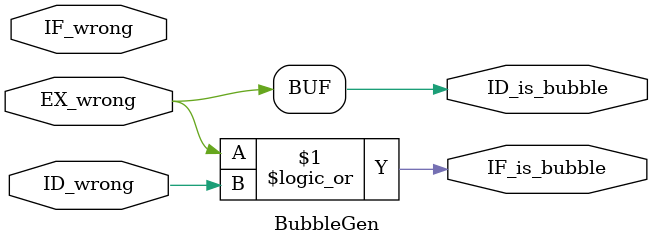
<source format=v>
module BubbleGen(
    // input taken,
    // input hit,
    input IF_wrong,
    input ID_wrong,
    input EX_wrong,
    output IF_is_bubble,
    output ID_is_bubble
);

assign ID_is_bubble = EX_wrong;
assign IF_is_bubble = EX_wrong || ID_wrong;
// assign isbubble = taken ^ hit;

endmodule

</source>
